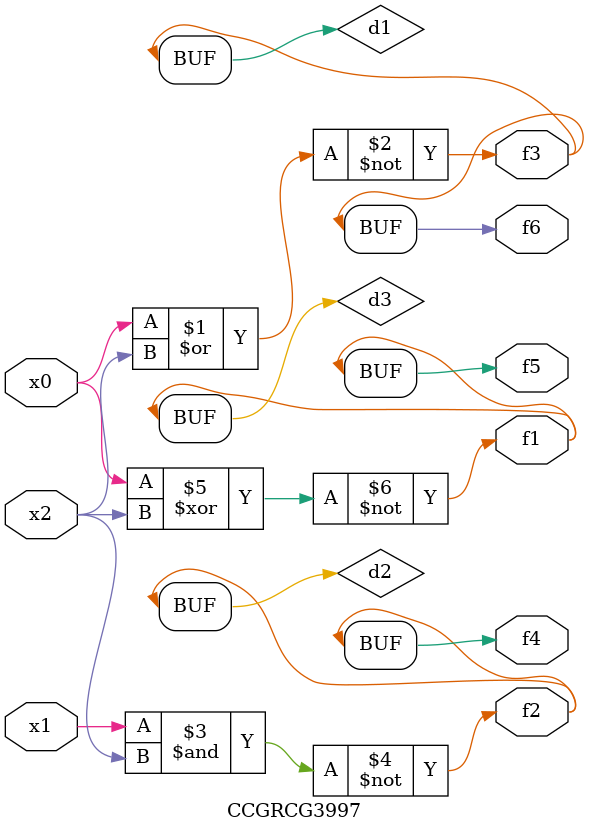
<source format=v>
module CCGRCG3997(
	input x0, x1, x2,
	output f1, f2, f3, f4, f5, f6
);

	wire d1, d2, d3;

	nor (d1, x0, x2);
	nand (d2, x1, x2);
	xnor (d3, x0, x2);
	assign f1 = d3;
	assign f2 = d2;
	assign f3 = d1;
	assign f4 = d2;
	assign f5 = d3;
	assign f6 = d1;
endmodule

</source>
